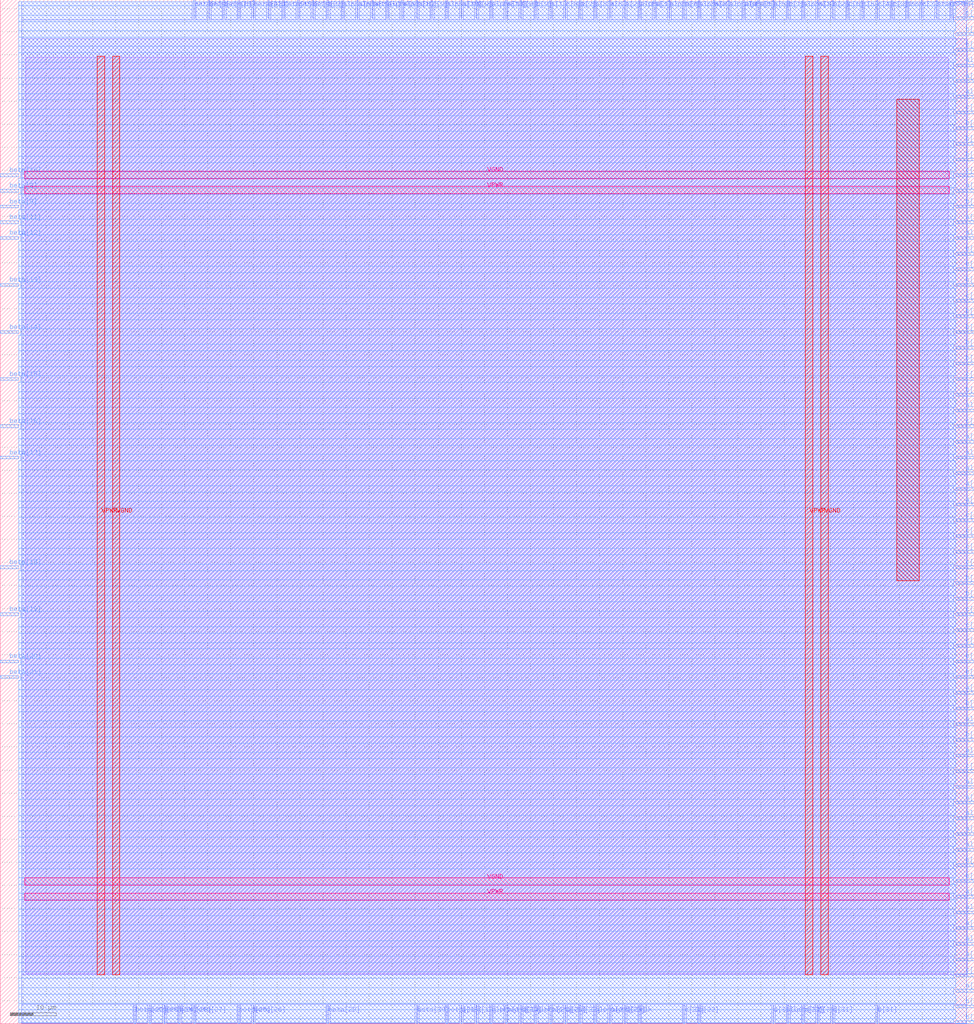
<source format=lef>
VERSION 5.7 ;
  NOWIREEXTENSIONATPIN ON ;
  DIVIDERCHAR "/" ;
  BUSBITCHARS "[]" ;
MACRO inverse_clarke
  CLASS BLOCK ;
  FOREIGN inverse_clarke ;
  ORIGIN 0.000 0.000 ;
  SIZE 211.240 BY 221.960 ;
  PIN VGND
    DIRECTION INOUT ;
    USE GROUND ;
    PORT
      LAYER met4 ;
        RECT 24.340 10.640 25.940 209.680 ;
    END
    PORT
      LAYER met4 ;
        RECT 177.940 10.640 179.540 209.680 ;
    END
    PORT
      LAYER met5 ;
        RECT 5.280 30.030 205.860 31.630 ;
    END
    PORT
      LAYER met5 ;
        RECT 5.280 183.210 205.860 184.810 ;
    END
  END VGND
  PIN VPWR
    DIRECTION INOUT ;
    USE POWER ;
    PORT
      LAYER met4 ;
        RECT 21.040 10.640 22.640 209.680 ;
    END
    PORT
      LAYER met4 ;
        RECT 174.640 10.640 176.240 209.680 ;
    END
    PORT
      LAYER met5 ;
        RECT 5.280 26.730 205.860 28.330 ;
    END
    PORT
      LAYER met5 ;
        RECT 5.280 179.910 205.860 181.510 ;
    END
  END VPWR
  PIN a[0]
    DIRECTION OUTPUT ;
    USE SIGNAL ;
    ANTENNADIFFAREA 0.795200 ;
    PORT
      LAYER met2 ;
        RECT 51.610 217.960 51.890 221.960 ;
    END
  END a[0]
  PIN a[10]
    DIRECTION OUTPUT ;
    USE SIGNAL ;
    ANTENNADIFFAREA 0.795200 ;
    PORT
      LAYER met2 ;
        RECT 58.050 217.960 58.330 221.960 ;
    END
  END a[10]
  PIN a[11]
    DIRECTION OUTPUT ;
    USE SIGNAL ;
    ANTENNADIFFAREA 0.795200 ;
    PORT
      LAYER met2 ;
        RECT 99.910 217.960 100.190 221.960 ;
    END
  END a[11]
  PIN a[12]
    DIRECTION OUTPUT ;
    USE SIGNAL ;
    ANTENNADIFFAREA 0.445500 ;
    PORT
      LAYER met3 ;
        RECT 207.240 173.440 211.240 174.040 ;
    END
  END a[12]
  PIN a[13]
    DIRECTION OUTPUT ;
    USE SIGNAL ;
    ANTENNADIFFAREA 0.795200 ;
    PORT
      LAYER met3 ;
        RECT 207.240 125.840 211.240 126.440 ;
    END
  END a[13]
  PIN a[14]
    DIRECTION OUTPUT ;
    USE SIGNAL ;
    ANTENNADIFFAREA 0.795200 ;
    PORT
      LAYER met3 ;
        RECT 207.240 204.040 211.240 204.640 ;
    END
  END a[14]
  PIN a[15]
    DIRECTION OUTPUT ;
    USE SIGNAL ;
    ANTENNADIFFAREA 0.795200 ;
    PORT
      LAYER met3 ;
        RECT 207.240 180.240 211.240 180.840 ;
    END
  END a[15]
  PIN a[16]
    DIRECTION OUTPUT ;
    USE SIGNAL ;
    ANTENNADIFFAREA 0.795200 ;
    PORT
      LAYER met3 ;
        RECT 207.240 115.640 211.240 116.240 ;
    END
  END a[16]
  PIN a[17]
    DIRECTION OUTPUT ;
    USE SIGNAL ;
    ANTENNADIFFAREA 0.795200 ;
    PORT
      LAYER met3 ;
        RECT 207.240 112.240 211.240 112.840 ;
    END
  END a[17]
  PIN a[18]
    DIRECTION OUTPUT ;
    USE SIGNAL ;
    ANTENNADIFFAREA 0.795200 ;
    PORT
      LAYER met2 ;
        RECT 99.910 0.000 100.190 4.000 ;
    END
  END a[18]
  PIN a[19]
    DIRECTION OUTPUT ;
    USE SIGNAL ;
    ANTENNADIFFAREA 0.795200 ;
    PORT
      LAYER met2 ;
        RECT 103.130 0.000 103.410 4.000 ;
    END
  END a[19]
  PIN a[1]
    DIRECTION OUTPUT ;
    USE SIGNAL ;
    ANTENNADIFFAREA 0.795200 ;
    PORT
      LAYER met2 ;
        RECT 119.230 217.960 119.510 221.960 ;
    END
  END a[1]
  PIN a[20]
    DIRECTION OUTPUT ;
    USE SIGNAL ;
    ANTENNADIFFAREA 0.795200 ;
    PORT
      LAYER met2 ;
        RECT 112.790 0.000 113.070 4.000 ;
    END
  END a[20]
  PIN a[21]
    DIRECTION OUTPUT ;
    USE SIGNAL ;
    ANTENNADIFFAREA 0.795200 ;
    PORT
      LAYER met2 ;
        RECT 122.450 0.000 122.730 4.000 ;
    END
  END a[21]
  PIN a[22]
    DIRECTION OUTPUT ;
    USE SIGNAL ;
    ANTENNADIFFAREA 0.795200 ;
    PORT
      LAYER met2 ;
        RECT 125.670 0.000 125.950 4.000 ;
    END
  END a[22]
  PIN a[23]
    DIRECTION OUTPUT ;
    USE SIGNAL ;
    ANTENNADIFFAREA 0.795200 ;
    PORT
      LAYER met2 ;
        RECT 135.330 0.000 135.610 4.000 ;
    END
  END a[23]
  PIN a[24]
    DIRECTION OUTPUT ;
    USE SIGNAL ;
    ANTENNADIFFAREA 0.795200 ;
    PORT
      LAYER met3 ;
        RECT 207.240 13.640 211.240 14.240 ;
    END
  END a[24]
  PIN a[25]
    DIRECTION OUTPUT ;
    USE SIGNAL ;
    ANTENNADIFFAREA 0.445500 ;
    PORT
      LAYER met3 ;
        RECT 207.240 47.640 211.240 48.240 ;
    END
  END a[25]
  PIN a[26]
    DIRECTION OUTPUT ;
    USE SIGNAL ;
    ANTENNADIFFAREA 0.795200 ;
    PORT
      LAYER met3 ;
        RECT 207.240 71.440 211.240 72.040 ;
    END
  END a[26]
  PIN a[27]
    DIRECTION OUTPUT ;
    USE SIGNAL ;
    ANTENNADIFFAREA 0.795200 ;
    PORT
      LAYER met3 ;
        RECT 207.240 6.840 211.240 7.440 ;
    END
  END a[27]
  PIN a[28]
    DIRECTION OUTPUT ;
    USE SIGNAL ;
    ANTENNADIFFAREA 0.795200 ;
    PORT
      LAYER met3 ;
        RECT 207.240 40.840 211.240 41.440 ;
    END
  END a[28]
  PIN a[29]
    DIRECTION OUTPUT ;
    USE SIGNAL ;
    ANTENNADIFFAREA 0.795200 ;
    PORT
      LAYER met3 ;
        RECT 207.240 27.240 211.240 27.840 ;
    END
  END a[29]
  PIN a[2]
    DIRECTION OUTPUT ;
    USE SIGNAL ;
    ANTENNADIFFAREA 0.795200 ;
    PORT
      LAYER met2 ;
        RECT 135.330 217.960 135.610 221.960 ;
    END
  END a[2]
  PIN a[30]
    DIRECTION OUTPUT ;
    USE SIGNAL ;
    ANTENNADIFFAREA 0.795200 ;
    PORT
      LAYER met3 ;
        RECT 207.240 20.440 211.240 21.040 ;
    END
  END a[30]
  PIN a[31]
    DIRECTION OUTPUT ;
    USE SIGNAL ;
    ANTENNADIFFAREA 0.795200 ;
    PORT
      LAYER met2 ;
        RECT 167.530 0.000 167.810 4.000 ;
    END
  END a[31]
  PIN a[3]
    DIRECTION OUTPUT ;
    USE SIGNAL ;
    ANTENNADIFFAREA 0.795200 ;
    PORT
      LAYER met2 ;
        RECT 141.770 217.960 142.050 221.960 ;
    END
  END a[3]
  PIN a[4]
    DIRECTION OUTPUT ;
    USE SIGNAL ;
    ANTENNADIFFAREA 0.795200 ;
    PORT
      LAYER met2 ;
        RECT 209.390 217.960 209.670 221.960 ;
    END
  END a[4]
  PIN a[5]
    DIRECTION OUTPUT ;
    USE SIGNAL ;
    ANTENNADIFFAREA 0.795200 ;
    PORT
      LAYER met2 ;
        RECT 167.530 217.960 167.810 221.960 ;
    END
  END a[5]
  PIN a[6]
    DIRECTION OUTPUT ;
    USE SIGNAL ;
    ANTENNADIFFAREA 0.795200 ;
    PORT
      LAYER met2 ;
        RECT 132.110 217.960 132.390 221.960 ;
    END
  END a[6]
  PIN a[7]
    DIRECTION OUTPUT ;
    USE SIGNAL ;
    ANTENNADIFFAREA 0.795200 ;
    PORT
      LAYER met2 ;
        RECT 125.670 217.960 125.950 221.960 ;
    END
  END a[7]
  PIN a[8]
    DIRECTION OUTPUT ;
    USE SIGNAL ;
    ANTENNADIFFAREA 0.795200 ;
    PORT
      LAYER met2 ;
        RECT 112.790 217.960 113.070 221.960 ;
    END
  END a[8]
  PIN a[9]
    DIRECTION OUTPUT ;
    USE SIGNAL ;
    ANTENNADIFFAREA 0.795200 ;
    PORT
      LAYER met2 ;
        RECT 103.130 217.960 103.410 221.960 ;
    END
  END a[9]
  PIN alpha[0]
    DIRECTION INPUT ;
    USE SIGNAL ;
    ANTENNAGATEAREA 0.495000 ;
    PORT
      LAYER met2 ;
        RECT 144.990 217.960 145.270 221.960 ;
    END
  END alpha[0]
  PIN alpha[10]
    DIRECTION INPUT ;
    USE SIGNAL ;
    ANTENNAGATEAREA 0.213000 ;
    PORT
      LAYER met2 ;
        RECT 96.690 217.960 96.970 221.960 ;
    END
  END alpha[10]
  PIN alpha[11]
    DIRECTION INPUT ;
    USE SIGNAL ;
    ANTENNAGATEAREA 0.196500 ;
    PORT
      LAYER met2 ;
        RECT 106.350 217.960 106.630 221.960 ;
    END
  END alpha[11]
  PIN alpha[12]
    DIRECTION INPUT ;
    USE SIGNAL ;
    ANTENNAGATEAREA 0.196500 ;
    PORT
      LAYER met3 ;
        RECT 207.240 170.040 211.240 170.640 ;
    END
  END alpha[12]
  PIN alpha[13]
    DIRECTION INPUT ;
    USE SIGNAL ;
    ANTENNAGATEAREA 0.213000 ;
    PORT
      LAYER met3 ;
        RECT 207.240 207.440 211.240 208.040 ;
    END
  END alpha[13]
  PIN alpha[14]
    DIRECTION INPUT ;
    USE SIGNAL ;
    ANTENNAGATEAREA 0.196500 ;
    PORT
      LAYER met3 ;
        RECT 207.240 132.640 211.240 133.240 ;
    END
  END alpha[14]
  PIN alpha[15]
    DIRECTION INPUT ;
    USE SIGNAL ;
    ANTENNAGATEAREA 0.196500 ;
    PORT
      LAYER met3 ;
        RECT 207.240 200.640 211.240 201.240 ;
    END
  END alpha[15]
  PIN alpha[16]
    DIRECTION INPUT ;
    USE SIGNAL ;
    ANTENNAGATEAREA 0.126000 ;
    PORT
      LAYER met3 ;
        RECT 207.240 119.040 211.240 119.640 ;
    END
  END alpha[16]
  PIN alpha[17]
    DIRECTION INPUT ;
    USE SIGNAL ;
    ANTENNAGATEAREA 0.196500 ;
    PORT
      LAYER met3 ;
        RECT 207.240 122.440 211.240 123.040 ;
    END
  END alpha[17]
  PIN alpha[18]
    DIRECTION INPUT ;
    USE SIGNAL ;
    ANTENNAGATEAREA 0.126000 ;
    PORT
      LAYER met2 ;
        RECT 106.350 0.000 106.630 4.000 ;
    END
  END alpha[18]
  PIN alpha[19]
    DIRECTION INPUT ;
    USE SIGNAL ;
    ANTENNAGATEAREA 0.159000 ;
    PORT
      LAYER met2 ;
        RECT 109.570 0.000 109.850 4.000 ;
    END
  END alpha[19]
  PIN alpha[1]
    DIRECTION INPUT ;
    USE SIGNAL ;
    ANTENNAGATEAREA 0.742500 ;
    PORT
      LAYER met2 ;
        RECT 138.550 217.960 138.830 221.960 ;
    END
  END alpha[1]
  PIN alpha[20]
    DIRECTION INPUT ;
    USE SIGNAL ;
    ANTENNAGATEAREA 0.196500 ;
    PORT
      LAYER met2 ;
        RECT 116.010 0.000 116.290 4.000 ;
    END
  END alpha[20]
  PIN alpha[21]
    DIRECTION INPUT ;
    USE SIGNAL ;
    ANTENNAGATEAREA 0.196500 ;
    PORT
      LAYER met2 ;
        RECT 119.230 0.000 119.510 4.000 ;
    END
  END alpha[21]
  PIN alpha[22]
    DIRECTION INPUT ;
    USE SIGNAL ;
    ANTENNAGATEAREA 0.213000 ;
    PORT
      LAYER met2 ;
        RECT 128.890 0.000 129.170 4.000 ;
    END
  END alpha[22]
  PIN alpha[23]
    DIRECTION INPUT ;
    USE SIGNAL ;
    ANTENNAGATEAREA 0.196500 ;
    PORT
      LAYER met2 ;
        RECT 132.110 0.000 132.390 4.000 ;
    END
  END alpha[23]
  PIN alpha[24]
    DIRECTION INPUT ;
    USE SIGNAL ;
    ANTENNAGATEAREA 0.213000 ;
    PORT
      LAYER met3 ;
        RECT 207.240 17.040 211.240 17.640 ;
    END
  END alpha[24]
  PIN alpha[25]
    DIRECTION INPUT ;
    USE SIGNAL ;
    ANTENNAGATEAREA 0.196500 ;
    PORT
      LAYER met3 ;
        RECT 207.240 51.040 211.240 51.640 ;
    END
  END alpha[25]
  PIN alpha[26]
    DIRECTION INPUT ;
    USE SIGNAL ;
    ANTENNAGATEAREA 0.213000 ;
    PORT
      LAYER met3 ;
        RECT 207.240 64.640 211.240 65.240 ;
    END
  END alpha[26]
  PIN alpha[27]
    DIRECTION INPUT ;
    USE SIGNAL ;
    ANTENNAGATEAREA 0.196500 ;
    PORT
      LAYER met3 ;
        RECT 207.240 57.840 211.240 58.440 ;
    END
  END alpha[27]
  PIN alpha[28]
    DIRECTION INPUT ;
    USE SIGNAL ;
    ANTENNAGATEAREA 0.213000 ;
    PORT
      LAYER met3 ;
        RECT 207.240 37.440 211.240 38.040 ;
    END
  END alpha[28]
  PIN alpha[29]
    DIRECTION INPUT ;
    USE SIGNAL ;
    ANTENNAGATEAREA 0.196500 ;
    PORT
      LAYER met3 ;
        RECT 207.240 44.240 211.240 44.840 ;
    END
  END alpha[29]
  PIN alpha[2]
    DIRECTION INPUT ;
    USE SIGNAL ;
    ANTENNAGATEAREA 0.196500 ;
    PORT
      LAYER met2 ;
        RECT 151.430 217.960 151.710 221.960 ;
    END
  END alpha[2]
  PIN alpha[30]
    DIRECTION INPUT ;
    USE SIGNAL ;
    ANTENNAGATEAREA 0.196500 ;
    PORT
      LAYER met3 ;
        RECT 207.240 23.840 211.240 24.440 ;
    END
  END alpha[30]
  PIN alpha[31]
    DIRECTION INPUT ;
    USE SIGNAL ;
    ANTENNAGATEAREA 0.213000 ;
    PORT
      LAYER met2 ;
        RECT 170.750 0.000 171.030 4.000 ;
    END
  END alpha[31]
  PIN alpha[3]
    DIRECTION INPUT ;
    USE SIGNAL ;
    ANTENNAGATEAREA 0.196500 ;
    PORT
      LAYER met2 ;
        RECT 173.970 217.960 174.250 221.960 ;
    END
  END alpha[3]
  PIN alpha[4]
    DIRECTION INPUT ;
    USE SIGNAL ;
    ANTENNAGATEAREA 0.213000 ;
    PORT
      LAYER met2 ;
        RECT 157.870 217.960 158.150 221.960 ;
    END
  END alpha[4]
  PIN alpha[5]
    DIRECTION INPUT ;
    USE SIGNAL ;
    ANTENNAGATEAREA 0.196500 ;
    PORT
      LAYER met2 ;
        RECT 161.090 217.960 161.370 221.960 ;
    END
  END alpha[5]
  PIN alpha[6]
    DIRECTION INPUT ;
    USE SIGNAL ;
    ANTENNAGATEAREA 0.126000 ;
    PORT
      LAYER met2 ;
        RECT 74.150 217.960 74.430 221.960 ;
    END
  END alpha[6]
  PIN alpha[7]
    DIRECTION INPUT ;
    USE SIGNAL ;
    ANTENNAGATEAREA 0.213000 ;
    PORT
      LAYER met2 ;
        RECT 77.370 217.960 77.650 221.960 ;
    END
  END alpha[7]
  PIN alpha[8]
    DIRECTION INPUT ;
    USE SIGNAL ;
    ANTENNAGATEAREA 0.196500 ;
    PORT
      LAYER met2 ;
        RECT 87.030 217.960 87.310 221.960 ;
    END
  END alpha[8]
  PIN alpha[9]
    DIRECTION INPUT ;
    USE SIGNAL ;
    ANTENNAGATEAREA 0.196500 ;
    PORT
      LAYER met2 ;
        RECT 83.810 217.960 84.090 221.960 ;
    END
  END alpha[9]
  PIN b[0]
    DIRECTION OUTPUT ;
    USE SIGNAL ;
    ANTENNADIFFAREA 0.795200 ;
    PORT
      LAYER met2 ;
        RECT 154.650 217.960 154.930 221.960 ;
    END
  END b[0]
  PIN b[10]
    DIRECTION OUTPUT ;
    USE SIGNAL ;
    ANTENNADIFFAREA 0.795200 ;
    PORT
      LAYER met2 ;
        RECT 109.570 217.960 109.850 221.960 ;
    END
  END b[10]
  PIN b[11]
    DIRECTION OUTPUT ;
    USE SIGNAL ;
    ANTENNADIFFAREA 0.445500 ;
    PORT
      LAYER met3 ;
        RECT 207.240 159.840 211.240 160.440 ;
    END
  END b[11]
  PIN b[12]
    DIRECTION OUTPUT ;
    USE SIGNAL ;
    ANTENNADIFFAREA 0.445500 ;
    PORT
      LAYER met3 ;
        RECT 207.240 166.640 211.240 167.240 ;
    END
  END b[12]
  PIN b[13]
    DIRECTION OUTPUT ;
    USE SIGNAL ;
    ANTENNADIFFAREA 0.795200 ;
    PORT
      LAYER met3 ;
        RECT 207.240 153.040 211.240 153.640 ;
    END
  END b[13]
  PIN b[14]
    DIRECTION OUTPUT ;
    USE SIGNAL ;
    ANTENNADIFFAREA 0.795200 ;
    PORT
      LAYER met3 ;
        RECT 207.240 210.840 211.240 211.440 ;
    END
  END b[14]
  PIN b[15]
    DIRECTION OUTPUT ;
    USE SIGNAL ;
    ANTENNADIFFAREA 0.795200 ;
    PORT
      LAYER met3 ;
        RECT 207.240 142.840 211.240 143.440 ;
    END
  END b[15]
  PIN b[16]
    DIRECTION OUTPUT ;
    USE SIGNAL ;
    ANTENNADIFFAREA 0.795200 ;
    PORT
      LAYER met3 ;
        RECT 207.240 214.240 211.240 214.840 ;
    END
  END b[16]
  PIN b[17]
    DIRECTION OUTPUT ;
    USE SIGNAL ;
    ANTENNADIFFAREA 0.795200 ;
    PORT
      LAYER met3 ;
        RECT 207.240 193.840 211.240 194.440 ;
    END
  END b[17]
  PIN b[18]
    DIRECTION OUTPUT ;
    USE SIGNAL ;
    ANTENNADIFFAREA 0.445500 ;
    PORT
      LAYER met3 ;
        RECT 207.240 136.040 211.240 136.640 ;
    END
  END b[18]
  PIN b[19]
    DIRECTION OUTPUT ;
    USE SIGNAL ;
    ANTENNADIFFAREA 0.445500 ;
    PORT
      LAYER met3 ;
        RECT 207.240 91.840 211.240 92.440 ;
    END
  END b[19]
  PIN b[1]
    DIRECTION OUTPUT ;
    USE SIGNAL ;
    ANTENNADIFFAREA 0.795200 ;
    PORT
      LAYER met2 ;
        RECT 170.750 217.960 171.030 221.960 ;
    END
  END b[1]
  PIN b[20]
    DIRECTION OUTPUT ;
    USE SIGNAL ;
    ANTENNADIFFAREA 0.795200 ;
    PORT
      LAYER met3 ;
        RECT 207.240 78.240 211.240 78.840 ;
    END
  END b[20]
  PIN b[21]
    DIRECTION OUTPUT ;
    USE SIGNAL ;
    ANTENNADIFFAREA 0.795200 ;
    PORT
      LAYER met3 ;
        RECT 207.240 3.440 211.240 4.040 ;
    END
  END b[21]
  PIN b[22]
    DIRECTION OUTPUT ;
    USE SIGNAL ;
    ANTENNADIFFAREA 0.795200 ;
    PORT
      LAYER met3 ;
        RECT 207.240 0.040 211.240 0.640 ;
    END
  END b[22]
  PIN b[23]
    DIRECTION OUTPUT ;
    USE SIGNAL ;
    ANTENNADIFFAREA 0.795200 ;
    PORT
      LAYER met3 ;
        RECT 207.240 190.440 211.240 191.040 ;
    END
  END b[23]
  PIN b[24]
    DIRECTION OUTPUT ;
    USE SIGNAL ;
    ANTENNADIFFAREA 0.445500 ;
    PORT
      LAYER met3 ;
        RECT 207.240 146.240 211.240 146.840 ;
    END
  END b[24]
  PIN b[25]
    DIRECTION OUTPUT ;
    USE SIGNAL ;
    ANTENNADIFFAREA 0.795200 ;
    PORT
      LAYER met3 ;
        RECT 207.240 95.240 211.240 95.840 ;
    END
  END b[25]
  PIN b[26]
    DIRECTION OUTPUT ;
    USE SIGNAL ;
    ANTENNADIFFAREA 0.445500 ;
    PORT
      LAYER met3 ;
        RECT 207.240 74.840 211.240 75.440 ;
    END
  END b[26]
  PIN b[27]
    DIRECTION OUTPUT ;
    USE SIGNAL ;
    ANTENNADIFFAREA 0.795200 ;
    PORT
      LAYER met3 ;
        RECT 207.240 68.040 211.240 68.640 ;
    END
  END b[27]
  PIN b[28]
    DIRECTION OUTPUT ;
    USE SIGNAL ;
    ANTENNADIFFAREA 0.795200 ;
    PORT
      LAYER met3 ;
        RECT 207.240 61.240 211.240 61.840 ;
    END
  END b[28]
  PIN b[29]
    DIRECTION OUTPUT ;
    USE SIGNAL ;
    ANTENNADIFFAREA 0.795200 ;
    PORT
      LAYER met3 ;
        RECT 207.240 34.040 211.240 34.640 ;
    END
  END b[29]
  PIN b[2]
    DIRECTION OUTPUT ;
    USE SIGNAL ;
    ANTENNADIFFAREA 0.795200 ;
    PORT
      LAYER met2 ;
        RECT 180.410 217.960 180.690 221.960 ;
    END
  END b[2]
  PIN b[30]
    DIRECTION OUTPUT ;
    USE SIGNAL ;
    ANTENNADIFFAREA 0.445500 ;
    PORT
      LAYER met3 ;
        RECT 207.240 30.640 211.240 31.240 ;
    END
  END b[30]
  PIN b[31]
    DIRECTION OUTPUT ;
    USE SIGNAL ;
    ANTENNADIFFAREA 0.795200 ;
    PORT
      LAYER met2 ;
        RECT 190.070 0.000 190.350 4.000 ;
    END
  END b[31]
  PIN b[3]
    DIRECTION OUTPUT ;
    USE SIGNAL ;
    ANTENNADIFFAREA 0.795200 ;
    PORT
      LAYER met3 ;
        RECT 207.240 163.240 211.240 163.840 ;
    END
  END b[3]
  PIN b[4]
    DIRECTION OUTPUT ;
    USE SIGNAL ;
    ANTENNADIFFAREA 0.445500 ;
    PORT
      LAYER met3 ;
        RECT 207.240 176.840 211.240 177.440 ;
    END
  END b[4]
  PIN b[5]
    DIRECTION OUTPUT ;
    USE SIGNAL ;
    ANTENNADIFFAREA 0.445500 ;
    PORT
      LAYER met3 ;
        RECT 207.240 187.040 211.240 187.640 ;
    END
  END b[5]
  PIN b[6]
    DIRECTION OUTPUT ;
    USE SIGNAL ;
    ANTENNADIFFAREA 0.795200 ;
    PORT
      LAYER met3 ;
        RECT 207.240 149.640 211.240 150.240 ;
    END
  END b[6]
  PIN b[7]
    DIRECTION OUTPUT ;
    USE SIGNAL ;
    ANTENNADIFFAREA 0.795200 ;
    PORT
      LAYER met2 ;
        RECT 70.930 217.960 71.210 221.960 ;
    END
  END b[7]
  PIN b[8]
    DIRECTION OUTPUT ;
    USE SIGNAL ;
    ANTENNADIFFAREA 0.795200 ;
    PORT
      LAYER met2 ;
        RECT 128.890 217.960 129.170 221.960 ;
    END
  END b[8]
  PIN b[9]
    DIRECTION OUTPUT ;
    USE SIGNAL ;
    ANTENNADIFFAREA 0.795200 ;
    PORT
      LAYER met2 ;
        RECT 116.010 217.960 116.290 221.960 ;
    END
  END b[9]
  PIN beta[0]
    DIRECTION INPUT ;
    USE SIGNAL ;
    ANTENNAGATEAREA 0.196500 ;
    PORT
      LAYER met2 ;
        RECT 80.590 217.960 80.870 221.960 ;
    END
  END beta[0]
  PIN beta[10]
    DIRECTION INPUT ;
    USE SIGNAL ;
    ANTENNAGATEAREA 0.196500 ;
    PORT
      LAYER met3 ;
        RECT 0.000 183.640 4.000 184.240 ;
    END
  END beta[10]
  PIN beta[11]
    DIRECTION INPUT ;
    USE SIGNAL ;
    ANTENNAGATEAREA 0.196500 ;
    PORT
      LAYER met3 ;
        RECT 0.000 173.440 4.000 174.040 ;
    END
  END beta[11]
  PIN beta[12]
    DIRECTION INPUT ;
    USE SIGNAL ;
    ANTENNAGATEAREA 0.196500 ;
    PORT
      LAYER met3 ;
        RECT 0.000 170.040 4.000 170.640 ;
    END
  END beta[12]
  PIN beta[13]
    DIRECTION INPUT ;
    USE SIGNAL ;
    ANTENNAGATEAREA 0.196500 ;
    PORT
      LAYER met3 ;
        RECT 0.000 159.840 4.000 160.440 ;
    END
  END beta[13]
  PIN beta[14]
    DIRECTION INPUT ;
    USE SIGNAL ;
    ANTENNAGATEAREA 0.196500 ;
    PORT
      LAYER met3 ;
        RECT 0.000 149.640 4.000 150.240 ;
    END
  END beta[14]
  PIN beta[15]
    DIRECTION INPUT ;
    USE SIGNAL ;
    ANTENNAGATEAREA 0.196500 ;
    PORT
      LAYER met3 ;
        RECT 0.000 139.440 4.000 140.040 ;
    END
  END beta[15]
  PIN beta[16]
    DIRECTION INPUT ;
    USE SIGNAL ;
    ANTENNAGATEAREA 0.126000 ;
    PORT
      LAYER met3 ;
        RECT 0.000 129.240 4.000 129.840 ;
    END
  END beta[16]
  PIN beta[17]
    DIRECTION INPUT ;
    USE SIGNAL ;
    ANTENNAGATEAREA 0.196500 ;
    PORT
      LAYER met3 ;
        RECT 0.000 122.440 4.000 123.040 ;
    END
  END beta[17]
  PIN beta[18]
    DIRECTION INPUT ;
    USE SIGNAL ;
    ANTENNAGATEAREA 0.196500 ;
    PORT
      LAYER met3 ;
        RECT 0.000 98.640 4.000 99.240 ;
    END
  END beta[18]
  PIN beta[19]
    DIRECTION INPUT ;
    USE SIGNAL ;
    ANTENNAGATEAREA 0.196500 ;
    PORT
      LAYER met3 ;
        RECT 0.000 88.440 4.000 89.040 ;
    END
  END beta[19]
  PIN beta[1]
    DIRECTION INPUT ;
    USE SIGNAL ;
    ANTENNAGATEAREA 0.196500 ;
    PORT
      LAYER met2 ;
        RECT 61.270 217.960 61.550 221.960 ;
    END
  END beta[1]
  PIN beta[20]
    DIRECTION INPUT ;
    USE SIGNAL ;
    ANTENNAGATEAREA 0.196500 ;
    PORT
      LAYER met3 ;
        RECT 0.000 78.240 4.000 78.840 ;
    END
  END beta[20]
  PIN beta[21]
    DIRECTION INPUT ;
    USE SIGNAL ;
    ANTENNAGATEAREA 0.213000 ;
    PORT
      LAYER met3 ;
        RECT 0.000 74.840 4.000 75.440 ;
    END
  END beta[21]
  PIN beta[22]
    DIRECTION INPUT ;
    USE SIGNAL ;
    ANTENNAGATEAREA 0.196500 ;
    PORT
      LAYER met2 ;
        RECT 29.070 0.000 29.350 4.000 ;
    END
  END beta[22]
  PIN beta[23]
    DIRECTION INPUT ;
    USE SIGNAL ;
    ANTENNAGATEAREA 0.196500 ;
    PORT
      LAYER met2 ;
        RECT 32.290 0.000 32.570 4.000 ;
    END
  END beta[23]
  PIN beta[24]
    DIRECTION INPUT ;
    USE SIGNAL ;
    ANTENNAGATEAREA 0.196500 ;
    PORT
      LAYER met2 ;
        RECT 35.510 0.000 35.790 4.000 ;
    END
  END beta[24]
  PIN beta[25]
    DIRECTION INPUT ;
    USE SIGNAL ;
    ANTENNAGATEAREA 0.196500 ;
    PORT
      LAYER met2 ;
        RECT 51.610 0.000 51.890 4.000 ;
    END
  END beta[25]
  PIN beta[26]
    DIRECTION INPUT ;
    USE SIGNAL ;
    ANTENNAGATEAREA 0.196500 ;
    PORT
      LAYER met2 ;
        RECT 54.830 0.000 55.110 4.000 ;
    END
  END beta[26]
  PIN beta[27]
    DIRECTION INPUT ;
    USE SIGNAL ;
    ANTENNAGATEAREA 0.196500 ;
    PORT
      LAYER met2 ;
        RECT 41.950 0.000 42.230 4.000 ;
    END
  END beta[27]
  PIN beta[28]
    DIRECTION INPUT ;
    USE SIGNAL ;
    ANTENNAGATEAREA 0.126000 ;
    PORT
      LAYER met2 ;
        RECT 38.730 0.000 39.010 4.000 ;
    END
  END beta[28]
  PIN beta[29]
    DIRECTION INPUT ;
    USE SIGNAL ;
    ANTENNAGATEAREA 0.196500 ;
    PORT
      LAYER met2 ;
        RECT 70.930 0.000 71.210 4.000 ;
    END
  END beta[29]
  PIN beta[2]
    DIRECTION INPUT ;
    USE SIGNAL ;
    ANTENNAGATEAREA 0.213000 ;
    PORT
      LAYER met2 ;
        RECT 64.490 217.960 64.770 221.960 ;
    END
  END beta[2]
  PIN beta[30]
    DIRECTION INPUT ;
    USE SIGNAL ;
    ANTENNAGATEAREA 0.213000 ;
    PORT
      LAYER met2 ;
        RECT 90.250 0.000 90.530 4.000 ;
    END
  END beta[30]
  PIN beta[31]
    DIRECTION INPUT ;
    USE SIGNAL ;
    ANTENNAGATEAREA 0.196500 ;
    PORT
      LAYER met2 ;
        RECT 96.690 0.000 96.970 4.000 ;
    END
  END beta[31]
  PIN beta[3]
    DIRECTION INPUT ;
    USE SIGNAL ;
    ANTENNAGATEAREA 0.196500 ;
    PORT
      LAYER met2 ;
        RECT 67.710 217.960 67.990 221.960 ;
    END
  END beta[3]
  PIN beta[4]
    DIRECTION INPUT ;
    USE SIGNAL ;
    ANTENNAGATEAREA 0.196500 ;
    PORT
      LAYER met2 ;
        RECT 54.830 217.960 55.110 221.960 ;
    END
  END beta[4]
  PIN beta[5]
    DIRECTION INPUT ;
    USE SIGNAL ;
    ANTENNAGATEAREA 0.196500 ;
    PORT
      LAYER met2 ;
        RECT 41.950 217.960 42.230 221.960 ;
    END
  END beta[5]
  PIN beta[6]
    DIRECTION INPUT ;
    USE SIGNAL ;
    ANTENNAGATEAREA 0.196500 ;
    PORT
      LAYER met2 ;
        RECT 48.390 217.960 48.670 221.960 ;
    END
  END beta[6]
  PIN beta[7]
    DIRECTION INPUT ;
    USE SIGNAL ;
    ANTENNAGATEAREA 0.196500 ;
    PORT
      LAYER met2 ;
        RECT 45.170 217.960 45.450 221.960 ;
    END
  END beta[7]
  PIN beta[8]
    DIRECTION INPUT ;
    USE SIGNAL ;
    ANTENNAGATEAREA 0.196500 ;
    PORT
      LAYER met3 ;
        RECT 0.000 180.240 4.000 180.840 ;
    END
  END beta[8]
  PIN beta[9]
    DIRECTION INPUT ;
    USE SIGNAL ;
    ANTENNAGATEAREA 0.196500 ;
    PORT
      LAYER met3 ;
        RECT 0.000 176.840 4.000 177.440 ;
    END
  END beta[9]
  PIN c[0]
    DIRECTION OUTPUT ;
    USE SIGNAL ;
    ANTENNADIFFAREA 0.795200 ;
    PORT
      LAYER met2 ;
        RECT 164.310 217.960 164.590 221.960 ;
    END
  END c[0]
  PIN c[10]
    DIRECTION OUTPUT ;
    USE SIGNAL ;
    ANTENNADIFFAREA 0.795200 ;
    PORT
      LAYER met2 ;
        RECT 90.250 217.960 90.530 221.960 ;
    END
  END c[10]
  PIN c[11]
    DIRECTION OUTPUT ;
    USE SIGNAL ;
    ANTENNADIFFAREA 0.445500 ;
    PORT
      LAYER met3 ;
        RECT 207.240 139.440 211.240 140.040 ;
    END
  END c[11]
  PIN c[12]
    DIRECTION OUTPUT ;
    USE SIGNAL ;
    ANTENNADIFFAREA 0.795200 ;
    PORT
      LAYER met3 ;
        RECT 207.240 156.440 211.240 157.040 ;
    END
  END c[12]
  PIN c[13]
    DIRECTION OUTPUT ;
    USE SIGNAL ;
    ANTENNADIFFAREA 0.795200 ;
    PORT
      LAYER met3 ;
        RECT 207.240 221.040 211.240 221.640 ;
    END
  END c[13]
  PIN c[14]
    DIRECTION OUTPUT ;
    USE SIGNAL ;
    ANTENNADIFFAREA 0.795200 ;
    PORT
      LAYER met3 ;
        RECT 207.240 129.240 211.240 129.840 ;
    END
  END c[14]
  PIN c[15]
    DIRECTION OUTPUT ;
    USE SIGNAL ;
    ANTENNADIFFAREA 0.795200 ;
    PORT
      LAYER met3 ;
        RECT 207.240 108.840 211.240 109.440 ;
    END
  END c[15]
  PIN c[16]
    DIRECTION OUTPUT ;
    USE SIGNAL ;
    ANTENNADIFFAREA 0.795200 ;
    PORT
      LAYER met3 ;
        RECT 207.240 217.640 211.240 218.240 ;
    END
  END c[16]
  PIN c[17]
    DIRECTION OUTPUT ;
    USE SIGNAL ;
    ANTENNADIFFAREA 0.795200 ;
    PORT
      LAYER met3 ;
        RECT 207.240 98.640 211.240 99.240 ;
    END
  END c[17]
  PIN c[18]
    DIRECTION OUTPUT ;
    USE SIGNAL ;
    ANTENNADIFFAREA 0.795200 ;
    PORT
      LAYER met3 ;
        RECT 207.240 105.440 211.240 106.040 ;
    END
  END c[18]
  PIN c[19]
    DIRECTION OUTPUT ;
    USE SIGNAL ;
    ANTENNADIFFAREA 0.795200 ;
    PORT
      LAYER met3 ;
        RECT 207.240 85.040 211.240 85.640 ;
    END
  END c[19]
  PIN c[1]
    DIRECTION OUTPUT ;
    USE SIGNAL ;
    ANTENNADIFFAREA 0.795200 ;
    PORT
      LAYER met2 ;
        RECT 177.190 217.960 177.470 221.960 ;
    END
  END c[1]
  PIN c[20]
    DIRECTION OUTPUT ;
    USE SIGNAL ;
    ANTENNADIFFAREA 0.445500 ;
    PORT
      LAYER met3 ;
        RECT 207.240 81.640 211.240 82.240 ;
    END
  END c[20]
  PIN c[21]
    DIRECTION OUTPUT ;
    USE SIGNAL ;
    ANTENNADIFFAREA 0.795200 ;
    PORT
      LAYER met2 ;
        RECT 148.210 0.000 148.490 4.000 ;
    END
  END c[21]
  PIN c[22]
    DIRECTION OUTPUT ;
    USE SIGNAL ;
    ANTENNADIFFAREA 0.795200 ;
    PORT
      LAYER met2 ;
        RECT 151.430 0.000 151.710 4.000 ;
    END
  END c[22]
  PIN c[23]
    DIRECTION OUTPUT ;
    USE SIGNAL ;
    ANTENNADIFFAREA 0.795200 ;
    PORT
      LAYER met3 ;
        RECT 207.240 102.040 211.240 102.640 ;
    END
  END c[23]
  PIN c[24]
    DIRECTION OUTPUT ;
    USE SIGNAL ;
    ANTENNADIFFAREA 0.795200 ;
    PORT
      LAYER met3 ;
        RECT 207.240 183.640 211.240 184.240 ;
    END
  END c[24]
  PIN c[25]
    DIRECTION OUTPUT ;
    USE SIGNAL ;
    ANTENNADIFFAREA 0.795200 ;
    PORT
      LAYER met3 ;
        RECT 207.240 197.240 211.240 197.840 ;
    END
  END c[25]
  PIN c[26]
    DIRECTION OUTPUT ;
    USE SIGNAL ;
    ANTENNADIFFAREA 0.795200 ;
    PORT
      LAYER met3 ;
        RECT 207.240 88.440 211.240 89.040 ;
    END
  END c[26]
  PIN c[27]
    DIRECTION OUTPUT ;
    USE SIGNAL ;
    ANTENNADIFFAREA 0.795200 ;
    PORT
      LAYER met3 ;
        RECT 207.240 10.240 211.240 10.840 ;
    END
  END c[27]
  PIN c[28]
    DIRECTION OUTPUT ;
    USE SIGNAL ;
    ANTENNADIFFAREA 0.795200 ;
    PORT
      LAYER met3 ;
        RECT 207.240 54.440 211.240 55.040 ;
    END
  END c[28]
  PIN c[29]
    DIRECTION OUTPUT ;
    USE SIGNAL ;
    ANTENNADIFFAREA 0.795200 ;
    PORT
      LAYER met2 ;
        RECT 173.970 0.000 174.250 4.000 ;
    END
  END c[29]
  PIN c[2]
    DIRECTION OUTPUT ;
    USE SIGNAL ;
    ANTENNADIFFAREA 0.795200 ;
    PORT
      LAYER met2 ;
        RECT 199.730 217.960 200.010 221.960 ;
    END
  END c[2]
  PIN c[30]
    DIRECTION OUTPUT ;
    USE SIGNAL ;
    ANTENNADIFFAREA 0.795200 ;
    PORT
      LAYER met2 ;
        RECT 177.190 0.000 177.470 4.000 ;
    END
  END c[30]
  PIN c[31]
    DIRECTION OUTPUT ;
    USE SIGNAL ;
    ANTENNADIFFAREA 0.795200 ;
    PORT
      LAYER met2 ;
        RECT 180.410 0.000 180.690 4.000 ;
    END
  END c[31]
  PIN c[3]
    DIRECTION OUTPUT ;
    USE SIGNAL ;
    ANTENNADIFFAREA 0.795200 ;
    PORT
      LAYER met2 ;
        RECT 193.290 217.960 193.570 221.960 ;
    END
  END c[3]
  PIN c[4]
    DIRECTION OUTPUT ;
    USE SIGNAL ;
    ANTENNADIFFAREA 0.795200 ;
    PORT
      LAYER met2 ;
        RECT 190.070 217.960 190.350 221.960 ;
    END
  END c[4]
  PIN c[5]
    DIRECTION OUTPUT ;
    USE SIGNAL ;
    ANTENNADIFFAREA 0.795200 ;
    PORT
      LAYER met2 ;
        RECT 186.850 217.960 187.130 221.960 ;
    END
  END c[5]
  PIN c[6]
    DIRECTION OUTPUT ;
    USE SIGNAL ;
    ANTENNADIFFAREA 0.795200 ;
    PORT
      LAYER met2 ;
        RECT 183.630 217.960 183.910 221.960 ;
    END
  END c[6]
  PIN c[7]
    DIRECTION OUTPUT ;
    USE SIGNAL ;
    ANTENNADIFFAREA 0.795200 ;
    PORT
      LAYER met2 ;
        RECT 148.210 217.960 148.490 221.960 ;
    END
  END c[7]
  PIN c[8]
    DIRECTION OUTPUT ;
    USE SIGNAL ;
    ANTENNADIFFAREA 0.795200 ;
    PORT
      LAYER met2 ;
        RECT 122.450 217.960 122.730 221.960 ;
    END
  END c[8]
  PIN c[9]
    DIRECTION OUTPUT ;
    USE SIGNAL ;
    ANTENNADIFFAREA 0.795200 ;
    PORT
      LAYER met2 ;
        RECT 93.470 217.960 93.750 221.960 ;
    END
  END c[9]
  PIN clk
    DIRECTION INPUT ;
    USE SIGNAL ;
    ANTENNAGATEAREA 0.852000 ;
    PORT
      LAYER met2 ;
        RECT 138.550 0.000 138.830 4.000 ;
    END
  END clk
  PIN done
    DIRECTION OUTPUT ;
    USE SIGNAL ;
    ANTENNADIFFAREA 0.795200 ;
    PORT
      LAYER met2 ;
        RECT 196.510 217.960 196.790 221.960 ;
    END
  END done
  PIN rstb
    DIRECTION INPUT ;
    USE SIGNAL ;
    ANTENNAGATEAREA 0.196500 ;
    PORT
      LAYER met2 ;
        RECT 206.170 217.960 206.450 221.960 ;
    END
  END rstb
  PIN start
    DIRECTION INPUT ;
    USE SIGNAL ;
    ANTENNAGATEAREA 0.213000 ;
    PORT
      LAYER met2 ;
        RECT 202.950 217.960 203.230 221.960 ;
    END
  END start
  OBS
      LAYER li1 ;
        RECT 5.520 10.795 205.620 209.525 ;
      LAYER met1 ;
        RECT 4.670 10.640 209.690 213.480 ;
      LAYER met2 ;
        RECT 4.690 217.680 41.670 221.525 ;
        RECT 42.510 217.680 44.890 221.525 ;
        RECT 45.730 217.680 48.110 221.525 ;
        RECT 48.950 217.680 51.330 221.525 ;
        RECT 52.170 217.680 54.550 221.525 ;
        RECT 55.390 217.680 57.770 221.525 ;
        RECT 58.610 217.680 60.990 221.525 ;
        RECT 61.830 217.680 64.210 221.525 ;
        RECT 65.050 217.680 67.430 221.525 ;
        RECT 68.270 217.680 70.650 221.525 ;
        RECT 71.490 217.680 73.870 221.525 ;
        RECT 74.710 217.680 77.090 221.525 ;
        RECT 77.930 217.680 80.310 221.525 ;
        RECT 81.150 217.680 83.530 221.525 ;
        RECT 84.370 217.680 86.750 221.525 ;
        RECT 87.590 217.680 89.970 221.525 ;
        RECT 90.810 217.680 93.190 221.525 ;
        RECT 94.030 217.680 96.410 221.525 ;
        RECT 97.250 217.680 99.630 221.525 ;
        RECT 100.470 217.680 102.850 221.525 ;
        RECT 103.690 217.680 106.070 221.525 ;
        RECT 106.910 217.680 109.290 221.525 ;
        RECT 110.130 217.680 112.510 221.525 ;
        RECT 113.350 217.680 115.730 221.525 ;
        RECT 116.570 217.680 118.950 221.525 ;
        RECT 119.790 217.680 122.170 221.525 ;
        RECT 123.010 217.680 125.390 221.525 ;
        RECT 126.230 217.680 128.610 221.525 ;
        RECT 129.450 217.680 131.830 221.525 ;
        RECT 132.670 217.680 135.050 221.525 ;
        RECT 135.890 217.680 138.270 221.525 ;
        RECT 139.110 217.680 141.490 221.525 ;
        RECT 142.330 217.680 144.710 221.525 ;
        RECT 145.550 217.680 147.930 221.525 ;
        RECT 148.770 217.680 151.150 221.525 ;
        RECT 151.990 217.680 154.370 221.525 ;
        RECT 155.210 217.680 157.590 221.525 ;
        RECT 158.430 217.680 160.810 221.525 ;
        RECT 161.650 217.680 164.030 221.525 ;
        RECT 164.870 217.680 167.250 221.525 ;
        RECT 168.090 217.680 170.470 221.525 ;
        RECT 171.310 217.680 173.690 221.525 ;
        RECT 174.530 217.680 176.910 221.525 ;
        RECT 177.750 217.680 180.130 221.525 ;
        RECT 180.970 217.680 183.350 221.525 ;
        RECT 184.190 217.680 186.570 221.525 ;
        RECT 187.410 217.680 189.790 221.525 ;
        RECT 190.630 217.680 193.010 221.525 ;
        RECT 193.850 217.680 196.230 221.525 ;
        RECT 197.070 217.680 199.450 221.525 ;
        RECT 200.290 217.680 202.670 221.525 ;
        RECT 203.510 217.680 205.890 221.525 ;
        RECT 206.730 217.680 209.110 221.525 ;
        RECT 4.690 4.280 209.660 217.680 ;
        RECT 4.690 0.155 28.790 4.280 ;
        RECT 29.630 0.155 32.010 4.280 ;
        RECT 32.850 0.155 35.230 4.280 ;
        RECT 36.070 0.155 38.450 4.280 ;
        RECT 39.290 0.155 41.670 4.280 ;
        RECT 42.510 0.155 51.330 4.280 ;
        RECT 52.170 0.155 54.550 4.280 ;
        RECT 55.390 0.155 70.650 4.280 ;
        RECT 71.490 0.155 89.970 4.280 ;
        RECT 90.810 0.155 96.410 4.280 ;
        RECT 97.250 0.155 99.630 4.280 ;
        RECT 100.470 0.155 102.850 4.280 ;
        RECT 103.690 0.155 106.070 4.280 ;
        RECT 106.910 0.155 109.290 4.280 ;
        RECT 110.130 0.155 112.510 4.280 ;
        RECT 113.350 0.155 115.730 4.280 ;
        RECT 116.570 0.155 118.950 4.280 ;
        RECT 119.790 0.155 122.170 4.280 ;
        RECT 123.010 0.155 125.390 4.280 ;
        RECT 126.230 0.155 128.610 4.280 ;
        RECT 129.450 0.155 131.830 4.280 ;
        RECT 132.670 0.155 135.050 4.280 ;
        RECT 135.890 0.155 138.270 4.280 ;
        RECT 139.110 0.155 147.930 4.280 ;
        RECT 148.770 0.155 151.150 4.280 ;
        RECT 151.990 0.155 167.250 4.280 ;
        RECT 168.090 0.155 170.470 4.280 ;
        RECT 171.310 0.155 173.690 4.280 ;
        RECT 174.530 0.155 176.910 4.280 ;
        RECT 177.750 0.155 180.130 4.280 ;
        RECT 180.970 0.155 189.790 4.280 ;
        RECT 190.630 0.155 209.660 4.280 ;
      LAYER met3 ;
        RECT 3.990 220.640 206.840 221.505 ;
        RECT 3.990 218.640 207.240 220.640 ;
        RECT 3.990 217.240 206.840 218.640 ;
        RECT 3.990 215.240 207.240 217.240 ;
        RECT 3.990 213.840 206.840 215.240 ;
        RECT 3.990 211.840 207.240 213.840 ;
        RECT 3.990 210.440 206.840 211.840 ;
        RECT 3.990 208.440 207.240 210.440 ;
        RECT 3.990 207.040 206.840 208.440 ;
        RECT 3.990 205.040 207.240 207.040 ;
        RECT 3.990 203.640 206.840 205.040 ;
        RECT 3.990 201.640 207.240 203.640 ;
        RECT 3.990 200.240 206.840 201.640 ;
        RECT 3.990 198.240 207.240 200.240 ;
        RECT 3.990 196.840 206.840 198.240 ;
        RECT 3.990 194.840 207.240 196.840 ;
        RECT 3.990 193.440 206.840 194.840 ;
        RECT 3.990 191.440 207.240 193.440 ;
        RECT 3.990 190.040 206.840 191.440 ;
        RECT 3.990 188.040 207.240 190.040 ;
        RECT 3.990 186.640 206.840 188.040 ;
        RECT 3.990 184.640 207.240 186.640 ;
        RECT 4.400 183.240 206.840 184.640 ;
        RECT 3.990 181.240 207.240 183.240 ;
        RECT 4.400 179.840 206.840 181.240 ;
        RECT 3.990 177.840 207.240 179.840 ;
        RECT 4.400 176.440 206.840 177.840 ;
        RECT 3.990 174.440 207.240 176.440 ;
        RECT 4.400 173.040 206.840 174.440 ;
        RECT 3.990 171.040 207.240 173.040 ;
        RECT 4.400 169.640 206.840 171.040 ;
        RECT 3.990 167.640 207.240 169.640 ;
        RECT 3.990 166.240 206.840 167.640 ;
        RECT 3.990 164.240 207.240 166.240 ;
        RECT 3.990 162.840 206.840 164.240 ;
        RECT 3.990 160.840 207.240 162.840 ;
        RECT 4.400 159.440 206.840 160.840 ;
        RECT 3.990 157.440 207.240 159.440 ;
        RECT 3.990 156.040 206.840 157.440 ;
        RECT 3.990 154.040 207.240 156.040 ;
        RECT 3.990 152.640 206.840 154.040 ;
        RECT 3.990 150.640 207.240 152.640 ;
        RECT 4.400 149.240 206.840 150.640 ;
        RECT 3.990 147.240 207.240 149.240 ;
        RECT 3.990 145.840 206.840 147.240 ;
        RECT 3.990 143.840 207.240 145.840 ;
        RECT 3.990 142.440 206.840 143.840 ;
        RECT 3.990 140.440 207.240 142.440 ;
        RECT 4.400 139.040 206.840 140.440 ;
        RECT 3.990 137.040 207.240 139.040 ;
        RECT 3.990 135.640 206.840 137.040 ;
        RECT 3.990 133.640 207.240 135.640 ;
        RECT 3.990 132.240 206.840 133.640 ;
        RECT 3.990 130.240 207.240 132.240 ;
        RECT 4.400 128.840 206.840 130.240 ;
        RECT 3.990 126.840 207.240 128.840 ;
        RECT 3.990 125.440 206.840 126.840 ;
        RECT 3.990 123.440 207.240 125.440 ;
        RECT 4.400 122.040 206.840 123.440 ;
        RECT 3.990 120.040 207.240 122.040 ;
        RECT 3.990 118.640 206.840 120.040 ;
        RECT 3.990 116.640 207.240 118.640 ;
        RECT 3.990 115.240 206.840 116.640 ;
        RECT 3.990 113.240 207.240 115.240 ;
        RECT 3.990 111.840 206.840 113.240 ;
        RECT 3.990 109.840 207.240 111.840 ;
        RECT 3.990 108.440 206.840 109.840 ;
        RECT 3.990 106.440 207.240 108.440 ;
        RECT 3.990 105.040 206.840 106.440 ;
        RECT 3.990 103.040 207.240 105.040 ;
        RECT 3.990 101.640 206.840 103.040 ;
        RECT 3.990 99.640 207.240 101.640 ;
        RECT 4.400 98.240 206.840 99.640 ;
        RECT 3.990 96.240 207.240 98.240 ;
        RECT 3.990 94.840 206.840 96.240 ;
        RECT 3.990 92.840 207.240 94.840 ;
        RECT 3.990 91.440 206.840 92.840 ;
        RECT 3.990 89.440 207.240 91.440 ;
        RECT 4.400 88.040 206.840 89.440 ;
        RECT 3.990 86.040 207.240 88.040 ;
        RECT 3.990 84.640 206.840 86.040 ;
        RECT 3.990 82.640 207.240 84.640 ;
        RECT 3.990 81.240 206.840 82.640 ;
        RECT 3.990 79.240 207.240 81.240 ;
        RECT 4.400 77.840 206.840 79.240 ;
        RECT 3.990 75.840 207.240 77.840 ;
        RECT 4.400 74.440 206.840 75.840 ;
        RECT 3.990 72.440 207.240 74.440 ;
        RECT 3.990 71.040 206.840 72.440 ;
        RECT 3.990 69.040 207.240 71.040 ;
        RECT 3.990 67.640 206.840 69.040 ;
        RECT 3.990 65.640 207.240 67.640 ;
        RECT 3.990 64.240 206.840 65.640 ;
        RECT 3.990 62.240 207.240 64.240 ;
        RECT 3.990 60.840 206.840 62.240 ;
        RECT 3.990 58.840 207.240 60.840 ;
        RECT 3.990 57.440 206.840 58.840 ;
        RECT 3.990 55.440 207.240 57.440 ;
        RECT 3.990 54.040 206.840 55.440 ;
        RECT 3.990 52.040 207.240 54.040 ;
        RECT 3.990 50.640 206.840 52.040 ;
        RECT 3.990 48.640 207.240 50.640 ;
        RECT 3.990 47.240 206.840 48.640 ;
        RECT 3.990 45.240 207.240 47.240 ;
        RECT 3.990 43.840 206.840 45.240 ;
        RECT 3.990 41.840 207.240 43.840 ;
        RECT 3.990 40.440 206.840 41.840 ;
        RECT 3.990 38.440 207.240 40.440 ;
        RECT 3.990 37.040 206.840 38.440 ;
        RECT 3.990 35.040 207.240 37.040 ;
        RECT 3.990 33.640 206.840 35.040 ;
        RECT 3.990 31.640 207.240 33.640 ;
        RECT 3.990 30.240 206.840 31.640 ;
        RECT 3.990 28.240 207.240 30.240 ;
        RECT 3.990 26.840 206.840 28.240 ;
        RECT 3.990 24.840 207.240 26.840 ;
        RECT 3.990 23.440 206.840 24.840 ;
        RECT 3.990 21.440 207.240 23.440 ;
        RECT 3.990 20.040 206.840 21.440 ;
        RECT 3.990 18.040 207.240 20.040 ;
        RECT 3.990 16.640 206.840 18.040 ;
        RECT 3.990 14.640 207.240 16.640 ;
        RECT 3.990 13.240 206.840 14.640 ;
        RECT 3.990 11.240 207.240 13.240 ;
        RECT 3.990 9.840 206.840 11.240 ;
        RECT 3.990 7.840 207.240 9.840 ;
        RECT 3.990 6.440 206.840 7.840 ;
        RECT 3.990 4.440 207.240 6.440 ;
        RECT 3.990 3.040 206.840 4.440 ;
        RECT 3.990 1.040 207.240 3.040 ;
        RECT 3.990 0.175 206.840 1.040 ;
      LAYER met4 ;
        RECT 194.415 96.055 199.345 200.425 ;
  END
END inverse_clarke
END LIBRARY


</source>
